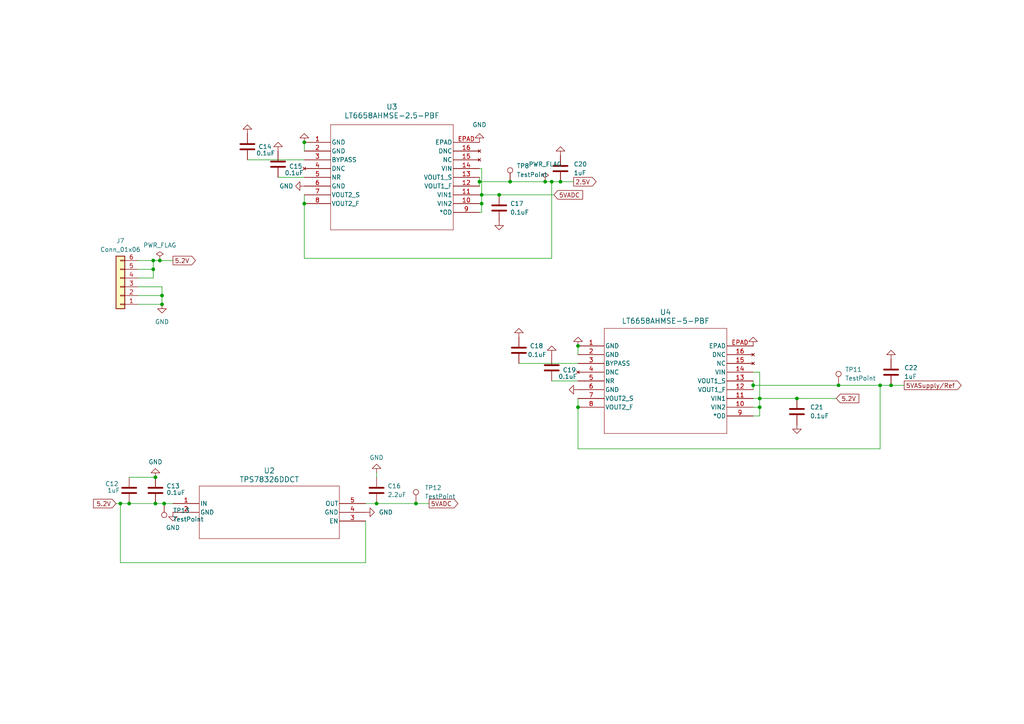
<source format=kicad_sch>
(kicad_sch (version 20230121) (generator eeschema)
  (paper "A4")
  (lib_symbols
    (symbol "21xt_symbols:TPS78326DDCT" (pin_names (offset 0.254))
      (property "Reference" "U" (at 27.94 10.16 0))
      (property "Value" "TPS78326DDCT" (at 27.94 7.62 0))
      (symbol "TPS78326DDCT_0_1"
        (polyline (pts (xy 7.62 -10.16) (xy 48.26 -10.16)) (stroke (width 0.127)))
        (polyline (pts (xy 7.62 5.08) (xy 7.62 -10.16)) (stroke (width 0.127)))
        (polyline (pts (xy 48.26 -10.16) (xy 48.26 5.08)) (stroke (width 0.127)))
        (polyline (pts (xy 48.26 5.08) (xy 7.62 5.08)) (stroke (width 0.127)))
        (pin input line (at 0 0 0) (length 7.62) (name "IN") (number "1"))
        (pin power_in line (at 0 -2.54 0) (length 7.62) (name "GND") (number "2"))
        (pin input line (at 55.88 -5.08 180) (length 7.62) (name "EN") (number "3"))
        (pin power_in line (at 55.88 -2.54 180) (length 7.62) (name "GND") (number "4"))
        (pin output line (at 55.88 0 180) (length 7.62) (name "OUT") (number "5"))
      )
    )
    (symbol "Connector:TestPoint" (pin_numbers hide) (pin_names (offset 0.762) hide)
      (property "Reference" "TP" (at 0 6.858 0))
      (property "Value" "TestPoint" (at 0 5.08 0))
      (symbol "TestPoint_0_1"
        (circle (center 0 3.302) (radius 0.762))
      )
      (symbol "TestPoint_1_1"
        (pin passive line (at 0 0 90) (length 2.54) (name "1") (number "1"))
      )
    )
    (symbol "Connector_Generic:Conn_01x06" (pin_names (offset 1.016) hide)
      (property "Reference" "J" (at 0 7.62 0))
      (property "Value" "Conn_01x06" (at 0 -10.16 0))
      (symbol "Conn_01x06_1_1"
        (rectangle (start -1.27 -7.493) (end 0 -7.747) (stroke (width 0.1524)))
        (rectangle (start -1.27 -4.953) (end 0 -5.207) (stroke (width 0.1524)))
        (rectangle (start -1.27 -2.413) (end 0 -2.667) (stroke (width 0.1524)))
        (rectangle (start -1.27 0.127) (end 0 -0.127) (stroke (width 0.1524)))
        (rectangle (start -1.27 2.667) (end 0 2.413) (stroke (width 0.1524)))
        (rectangle (start -1.27 5.207) (end 0 4.953) (stroke (width 0.1524)))
        (rectangle (start -1.27 6.35) (end 1.27 -8.89) (stroke (width 0.254)) (fill (type background)))
        (pin passive line (at -5.08 5.08 0) (length 3.81) (name "Pin_1") (number "1"))
        (pin passive line (at -5.08 2.54 0) (length 3.81) (name "Pin_2") (number "2"))
        (pin passive line (at -5.08 0 0) (length 3.81) (name "Pin_3") (number "3"))
        (pin passive line (at -5.08 -2.54 0) (length 3.81) (name "Pin_4") (number "4"))
        (pin passive line (at -5.08 -5.08 0) (length 3.81) (name "Pin_5") (number "5"))
        (pin passive line (at -5.08 -7.62 0) (length 3.81) (name "Pin_6") (number "6"))
      )
    )
    (symbol "Device:C" (pin_numbers hide) (pin_names (offset 0.254))
      (property "Reference" "C" (at 0.635 2.54 0))
      (property "Value" "C" (at 0.635 -2.54 0))
      (symbol "C_0_1"
        (polyline (pts (xy -2.032 -0.762) (xy 2.032 -0.762)) (stroke (width 0.508)))
        (polyline (pts (xy -2.032 0.762) (xy 2.032 0.762)) (stroke (width 0.508)))
      )
      (symbol "C_1_1"
        (pin passive line (at 0 3.81 270) (length 2.794) (name "~") (number "1"))
        (pin passive line (at 0 -3.81 90) (length 2.794) (name "~") (number "2"))
      )
    )
    (symbol "mainbox:LT6658AHMSE-2.5-PBF" (pin_names (offset 0.254))
      (property "Reference" "U" (at 25.4 10.16 0))
      (property "Value" "LT6658AHMSE-2.5-PBF" (at 25.4 7.62 0))
      (symbol "LT6658AHMSE-2.5-PBF_0_1"
        (polyline (pts (xy 7.62 -25.4) (xy 43.18 -25.4)) (stroke (width 0.127)))
        (polyline (pts (xy 7.62 5.08) (xy 7.62 -25.4)) (stroke (width 0.127)))
        (polyline (pts (xy 43.18 -25.4) (xy 43.18 5.08)) (stroke (width 0.127)))
        (polyline (pts (xy 43.18 5.08) (xy 7.62 5.08)) (stroke (width 0.127)))
        (pin power_in line (at 0 0 0) (length 7.62) (name "GND") (number "1"))
        (pin input line (at 50.8 -17.78 180) (length 7.62) (name "VIN2") (number "10"))
        (pin input line (at 50.8 -15.24 180) (length 7.62) (name "VIN1") (number "11"))
        (pin output line (at 50.8 -12.7 180) (length 7.62) (name "VOUT1_F") (number "12"))
        (pin output line (at 50.8 -10.16 180) (length 7.62) (name "VOUT1_S") (number "13"))
        (pin input line (at 50.8 -7.62 180) (length 7.62) (name "VIN") (number "14"))
        (pin no_connect line (at 50.8 -5.08 180) (length 7.62) (name "NC") (number "15"))
        (pin no_connect line (at 50.8 -2.54 180) (length 7.62) (name "DNC") (number "16"))
        (pin power_in line (at 0 -2.54 0) (length 7.62) (name "GND") (number "2"))
        (pin unspecified line (at 0 -5.08 0) (length 7.62) (name "BYPASS") (number "3"))
        (pin no_connect line (at 0 -7.62 0) (length 7.62) (name "DNC") (number "4"))
        (pin unspecified line (at 0 -10.16 0) (length 7.62) (name "NR") (number "5"))
        (pin power_in line (at 0 -12.7 0) (length 7.62) (name "GND") (number "6"))
        (pin output line (at 0 -15.24 0) (length 7.62) (name "VOUT2_S") (number "7"))
        (pin output line (at 0 -17.78 0) (length 7.62) (name "VOUT2_F") (number "8"))
        (pin output line (at 50.8 -20.32 180) (length 7.62) (name "*OD") (number "9"))
        (pin unspecified line (at 50.8 0 180) (length 7.62) (name "EPAD") (number "EPAD"))
      )
    )
    (symbol "mainbox:LT6658AHMSE-5-PBF" (pin_names (offset 0.254))
      (property "Reference" "U" (at 25.4 10.16 0))
      (property "Value" "LT6658AHMSE-5-PBF" (at 25.4 7.62 0))
      (symbol "LT6658AHMSE-5-PBF_0_1"
        (polyline (pts (xy 7.62 -25.4) (xy 43.18 -25.4)) (stroke (width 0.127)))
        (polyline (pts (xy 7.62 5.08) (xy 7.62 -25.4)) (stroke (width 0.127)))
        (polyline (pts (xy 43.18 -25.4) (xy 43.18 5.08)) (stroke (width 0.127)))
        (polyline (pts (xy 43.18 5.08) (xy 7.62 5.08)) (stroke (width 0.127)))
        (pin power_in line (at 0 0 0) (length 7.62) (name "GND") (number "1"))
        (pin input line (at 50.8 -17.78 180) (length 7.62) (name "VIN2") (number "10"))
        (pin input line (at 50.8 -15.24 180) (length 7.62) (name "VIN1") (number "11"))
        (pin output line (at 50.8 -12.7 180) (length 7.62) (name "VOUT1_F") (number "12"))
        (pin output line (at 50.8 -10.16 180) (length 7.62) (name "VOUT1_S") (number "13"))
        (pin input line (at 50.8 -7.62 180) (length 7.62) (name "VIN") (number "14"))
        (pin no_connect line (at 50.8 -5.08 180) (length 7.62) (name "NC") (number "15"))
        (pin no_connect line (at 50.8 -2.54 180) (length 7.62) (name "DNC") (number "16"))
        (pin power_in line (at 0 -2.54 0) (length 7.62) (name "GND") (number "2"))
        (pin unspecified line (at 0 -5.08 0) (length 7.62) (name "BYPASS") (number "3"))
        (pin no_connect line (at 0 -7.62 0) (length 7.62) (name "DNC") (number "4"))
        (pin unspecified line (at 0 -10.16 0) (length 7.62) (name "NR") (number "5"))
        (pin power_in line (at 0 -12.7 0) (length 7.62) (name "GND") (number "6"))
        (pin output line (at 0 -15.24 0) (length 7.62) (name "VOUT2_S") (number "7"))
        (pin output line (at 0 -17.78 0) (length 7.62) (name "VOUT2_F") (number "8"))
        (pin output line (at 50.8 -20.32 180) (length 7.62) (name "*OD") (number "9"))
        (pin unspecified line (at 50.8 0 180) (length 7.62) (name "EPAD") (number "EPAD"))
      )
    )
    (symbol "power:GND" (power) (pin_names (offset 0))
      (property "Value" "GND" (at 0 -3.81 0))
      (symbol "GND_0_1"
        (polyline (pts (xy 0 0) (xy 0 -1.27) (xy 1.27 -1.27) (xy 0 -2.54) (xy -1.27 -1.27) (xy 0 -1.27)))
      )
      (symbol "GND_1_1"
        (pin power_in line (at 0 0 270) (length 0) hide (name "GND") (number "1"))
      )
    )
    (symbol "power:PWR_FLAG" (power) (pin_numbers hide) (pin_names (offset 0) hide)
      (property "Value" "PWR_FLAG" (at 0 3.81 0))
      (symbol "PWR_FLAG_0_0"
        (pin power_out line (at 0 0 90) (length 0) (name "pwr") (number "1"))
      )
      (symbol "PWR_FLAG_0_1"
        (polyline (pts (xy 0 0) (xy 0 1.27) (xy -1.016 1.905) (xy 0 2.54) (xy 1.016 1.905) (xy 0 1.27)))
      )
    )
  )
  (junction (at 47.625 146.05))
  (junction (at 88.265 59.055))
  (junction (at 45.085 146.05))
  (junction (at 255.27 111.76))
  (junction (at 220.345 118.11))
  (junction (at 243.205 111.76))
  (junction (at 88.265 41.275))
  (junction (at 34.925 146.05))
  (junction (at 37.465 146.05))
  (junction (at 44.45 75.565))
  (junction (at 220.345 115.57))
  (junction (at 218.44 111.76))
  (junction (at 231.14 115.57))
  (junction (at 109.22 146.05))
  (junction (at 46.355 75.565))
  (junction (at 162.56 52.705))
  (junction (at 120.65 146.05))
  (junction (at 144.78 56.515))
  (junction (at 44.45 78.105))
  (junction (at 139.065 52.705))
  (junction (at 45.085 138.43))
  (junction (at 46.99 85.725))
  (junction (at 139.7 56.515))
  (junction (at 158.115 52.705))
  (junction (at 46.99 88.265))
  (junction (at 258.445 111.76))
  (junction (at 139.7 59.055))
  (junction (at 167.64 100.33))
  (junction (at 147.955 52.705))
  (junction (at 160.02 52.705))
  (junction (at 167.64 118.11))
  (wire (pts (xy 139.065 52.705) (xy 147.955 52.705)))
  (wire (pts (xy 44.45 75.565) (xy 44.45 78.105)))
  (wire (pts (xy 243.205 111.76) (xy 255.27 111.76)))
  (wire (pts (xy 220.345 115.57) (xy 220.345 118.11)))
  (wire (pts (xy 139.065 59.055) (xy 139.7 59.055)))
  (wire (pts (xy 46.99 85.725) (xy 46.99 88.265)))
  (wire (pts (xy 40.005 75.565) (xy 44.45 75.565)))
  (wire (pts (xy 139.7 56.515) (xy 139.7 59.055)))
  (wire (pts (xy 220.345 115.57) (xy 231.14 115.57)))
  (wire (pts (xy 147.955 52.705) (xy 158.115 52.705)))
  (wire (pts (xy 106.045 163.195) (xy 106.045 151.13)))
  (wire (pts (xy 71.755 46.355) (xy 88.265 46.355)))
  (wire (pts (xy 88.265 59.055) (xy 88.265 74.93)))
  (wire (pts (xy 255.27 111.76) (xy 258.445 111.76)))
  (wire (pts (xy 37.465 138.43) (xy 45.085 138.43)))
  (wire (pts (xy 40.005 78.105) (xy 44.45 78.105)))
  (wire (pts (xy 139.7 56.515) (xy 144.78 56.515)))
  (wire (pts (xy 88.265 41.275) (xy 88.265 43.815)))
  (wire (pts (xy 139.065 52.705) (xy 139.065 53.975)))
  (wire (pts (xy 40.005 88.265) (xy 46.99 88.265)))
  (wire (pts (xy 120.65 146.05) (xy 124.46 146.05)))
  (wire (pts (xy 242.57 115.57) (xy 231.14 115.57)))
  (wire (pts (xy 46.99 83.185) (xy 46.99 85.725)))
  (wire (pts (xy 40.005 83.185) (xy 46.99 83.185)))
  (wire (pts (xy 109.22 137.16) (xy 109.22 138.43)))
  (wire (pts (xy 37.465 146.05) (xy 45.085 146.05)))
  (wire (pts (xy 139.065 48.895) (xy 139.7 48.895)))
  (wire (pts (xy 220.345 107.95) (xy 220.345 115.57)))
  (wire (pts (xy 167.64 115.57) (xy 167.64 118.11)))
  (wire (pts (xy 34.925 146.05) (xy 37.465 146.05)))
  (wire (pts (xy 106.045 146.05) (xy 109.22 146.05)))
  (wire (pts (xy 40.005 80.645) (xy 44.45 80.645)))
  (wire (pts (xy 255.27 130.175) (xy 255.27 111.76)))
  (wire (pts (xy 167.64 118.11) (xy 167.64 130.175)))
  (wire (pts (xy 139.065 51.435) (xy 139.065 52.705)))
  (wire (pts (xy 40.005 85.725) (xy 46.99 85.725)))
  (wire (pts (xy 162.56 52.705) (xy 160.02 52.705)))
  (wire (pts (xy 167.64 130.175) (xy 255.27 130.175)))
  (wire (pts (xy 109.22 146.05) (xy 120.65 146.05)))
  (wire (pts (xy 218.44 120.65) (xy 220.345 120.65)))
  (wire (pts (xy 160.02 110.49) (xy 167.64 110.49)))
  (wire (pts (xy 220.345 115.57) (xy 218.44 115.57)))
  (wire (pts (xy 220.345 120.65) (xy 220.345 118.11)))
  (wire (pts (xy 44.45 75.565) (xy 46.355 75.565)))
  (wire (pts (xy 45.085 146.05) (xy 47.625 146.05)))
  (wire (pts (xy 139.7 56.515) (xy 139.065 56.515)))
  (wire (pts (xy 218.44 107.95) (xy 220.345 107.95)))
  (wire (pts (xy 33.655 146.05) (xy 34.925 146.05)))
  (wire (pts (xy 144.78 56.515) (xy 160.655 56.515)))
  (wire (pts (xy 139.7 61.595) (xy 139.7 59.055)))
  (wire (pts (xy 258.445 111.76) (xy 262.255 111.76)))
  (wire (pts (xy 47.625 146.05) (xy 50.165 146.05)))
  (wire (pts (xy 139.7 48.895) (xy 139.7 56.515)))
  (wire (pts (xy 218.44 118.11) (xy 220.345 118.11)))
  (wire (pts (xy 218.44 111.76) (xy 243.205 111.76)))
  (wire (pts (xy 162.56 52.705) (xy 166.37 52.705)))
  (wire (pts (xy 88.265 56.515) (xy 88.265 59.055)))
  (wire (pts (xy 34.925 163.195) (xy 106.045 163.195)))
  (wire (pts (xy 34.925 163.195) (xy 34.925 146.05)))
  (wire (pts (xy 46.355 75.565) (xy 50.165 75.565)))
  (wire (pts (xy 44.45 78.105) (xy 44.45 80.645)))
  (wire (pts (xy 167.64 105.41) (xy 150.495 105.41)))
  (wire (pts (xy 80.645 51.435) (xy 88.265 51.435)))
  (wire (pts (xy 139.065 61.595) (xy 139.7 61.595)))
  (wire (pts (xy 218.44 110.49) (xy 218.44 111.76)))
  (wire (pts (xy 218.44 111.76) (xy 218.44 113.03)))
  (wire (pts (xy 167.64 100.33) (xy 167.64 102.87)))
  (wire (pts (xy 88.265 74.93) (xy 160.02 74.93)))
  (wire (pts (xy 158.115 52.705) (xy 160.02 52.705)))
  (wire (pts (xy 160.02 74.93) (xy 160.02 52.705)))
  (global_label "5.2V" (shape input) (at 242.57 115.57 0) (property "Intersheetrefs" "${INTERSHEET_REFS}" (effects hide)))
  (global_label "5.2V" (shape input) (at 33.655 146.05 180) (property "Intersheetrefs" "${INTERSHEET_REFS}" (effects hide)))
  (global_label "5VADC" (shape input) (at 160.655 56.515 0) (property "Intersheetrefs" "${INTERSHEET_REFS}" (effects hide)))
  (global_label "5VADC" (shape output) (at 124.46 146.05 0) (property "Intersheetrefs" "${INTERSHEET_REFS}" (effects hide)))
  (global_label "5.2V" (shape output) (at 50.165 75.565 0) (property "Intersheetrefs" "${INTERSHEET_REFS}" (effects hide)))
  (global_label "2.5V" (shape output) (at 166.37 52.705 0) (property "Intersheetrefs" "${INTERSHEET_REFS}" (effects hide)))
  (global_label "5VASupply{slash}Ref" (shape output) (at 262.255 111.76 0) (property "Intersheetrefs" "${INTERSHEET_REFS}" (effects hide)))
  (symbol (lib_id "Device:C") (at 144.78 60.325 0) (unit 1)
    (property "Reference" "C17" (at 147.955 59.055 0) (effects (justify left)))
    (property "Value" "0.1uF" (at 147.955 61.595 0) (effects (justify left)))
    (property "Footprint" "Capacitor_SMD:C_0603_1608Metric" (effects hide))
    (instances (project "mainbox1.0" (path "" (reference "C17") (unit 1))) (project "Mainboard_priv" (path "" (reference "C28") (unit 1))))
  )
  (symbol (lib_id "power:GND") (at 162.56 45.085 180) (unit 1)
    (property "Reference" "#PWR038" (effects hide))
    (property "Value" "GND" (effects hide))
    (instances (project "mainbox1.0" (path "" (reference "#PWR038") (unit 1))) (project "Mainboard_priv" (path "" (reference "#PWR09") (unit 1))))
  )
  (symbol (lib_id "Connector:TestPoint") (at 243.205 111.76 0) (unit 1)
    (property "Reference" "TP11" (at 245.11 107.188 0) (effects (justify left)))
    (property "Value" "TestPoint" (at 245.11 109.728 0) (effects (justify left)))
    (property "Footprint" "TestPoint:TestPoint_Pad_1.5x1.5mm" (effects hide))
  )
  (symbol (lib_id "Connector_Generic:Conn_01x06") (at 34.925 83.185 180) (unit 1)
    (property "Reference" "J7" (at 34.925 69.85 0))
    (property "Value" "Conn_01x06" (at 34.925 72.39 0))
    (property "Footprint" "21xt_footprints:JST_S6B-PH-K-S_LF__SN_(1x6)" (effects hide))
  )
  (symbol (lib_id "Device:C") (at 150.495 101.6 0) (unit 1)
    (property "Reference" "C18" (at 153.67 100.33 0) (effects (justify left)))
    (property "Value" "0.1uF" (at 153.035 102.87 0) (effects (justify left)))
    (property "Footprint" "Capacitor_SMD:C_0603_1608Metric" (effects hide))
    (instances (project "mainbox1.0" (path "" (reference "C18") (unit 1))) (project "Mainboard_priv" (path "" (reference "C3") (unit 1))))
  )
  (symbol (lib_id "power:GND") (at 258.445 104.14 180) (unit 1)
    (property "Reference" "#PWR043" (effects hide))
    (property "Value" "GND" (effects hide))
    (instances (project "mainbox1.0" (path "" (reference "#PWR043") (unit 1))) (project "Mainboard_priv" (path "" (reference "#PWR012") (unit 1))))
  )
  (symbol (lib_id "power:GND") (at 71.755 38.735 180) (unit 1)
    (property "Reference" "#PWR028" (effects hide))
    (property "Value" "GND" (effects hide))
    (instances (project "mainbox1.0" (path "" (reference "#PWR028") (unit 1))) (project "Mainboard_priv" (path "" (reference "#PWR05") (unit 1))))
  )
  (symbol (lib_id "power:GND") (at 218.44 100.33 180) (unit 1)
    (property "Reference" "#PWR041" (effects hide))
    (property "Value" "GND" (effects hide))
    (instances (project "mainbox1.0" (path "" (reference "#PWR041") (unit 1))) (project "Mainboard_priv" (path "" (reference "#PWR014") (unit 1))))
  )
  (symbol (lib_id "Device:C") (at 160.02 106.68 0) (unit 1)
    (property "Reference" "C19" (at 163.195 107.315 0) (effects (justify left)))
    (property "Value" "0.1uF" (at 161.925 109.22 0) (effects (justify left)))
    (property "Footprint" "Capacitor_SMD:C_0603_1608Metric" (effects hide))
    (instances (project "mainbox1.0" (path "" (reference "C19") (unit 1))) (project "Mainboard_priv" (path "" (reference "C1") (unit 1))))
  )
  (symbol (lib_id "power:PWR_FLAG") (at 46.355 75.565 0) (unit 1)
    (property "Reference" "#FLG03" (effects hide))
    (property "Value" "PWR_FLAG" (at 46.355 71.12 0))
    (instances (project "mainbox1.0" (path "" (reference "#FLG03") (unit 1))) (project "mainbox" (path "" (reference "#FLG02") (unit 1)) (path "" (reference "#FLG03") (unit 1))) (project "Mainboard_priv" (path "" (reference "#FLG01") (unit 1))))
  )
  (symbol (lib_id "power:GND") (at 167.64 100.33 180) (unit 1)
    (property "Reference" "#PWR039" (effects hide))
    (property "Value" "GND" (effects hide))
    (instances (project "mainbox1.0" (path "" (reference "#PWR039") (unit 1))) (project "Mainboard_priv" (path "" (reference "#PWR08") (unit 1))))
  )
  (symbol (lib_id "power:PWR_FLAG") (at 158.115 52.705 0) (unit 1)
    (property "Reference" "#FLG02" (effects hide))
    (property "Value" "PWR_FLAG" (at 158.115 47.625 0))
    (instances (project "mainbox1.0" (path "" (reference "#FLG02") (unit 1))) (project "mainbox" (path "" (reference "#FLG02") (unit 1)) (path "" (reference "#FLG03") (unit 1))) (project "Mainboard_priv" (path "" (reference "#FLG02") (unit 1))))
  )
  (symbol (lib_id "power:GND") (at 167.64 113.03 270) (unit 1)
    (property "Reference" "#PWR040" (effects hide))
    (property "Value" "GND" (effects hide))
    (instances (project "mainbox1.0" (path "" (reference "#PWR040") (unit 1))) (project "Mainboard_priv" (path "" (reference "#PWR011") (unit 1))))
  )
  (symbol (lib_id "power:GND") (at 160.02 102.87 180) (unit 1)
    (property "Reference" "#PWR037" (effects hide))
    (property "Value" "GND" (effects hide))
    (instances (project "mainbox1.0" (path "" (reference "#PWR037") (unit 1))) (project "Mainboard_priv" (path "" (reference "#PWR010") (unit 1))))
  )
  (symbol (lib_id "Device:C") (at 80.645 47.625 0) (unit 1)
    (property "Reference" "C15" (at 83.82 48.26 0) (effects (justify left)))
    (property "Value" "0.1uF" (at 82.55 50.165 0) (effects (justify left)))
    (property "Footprint" "Capacitor_SMD:C_0603_1608Metric" (effects hide))
    (instances (project "mainbox1.0" (path "" (reference "C15") (unit 1))) (project "Mainboard_priv" (path "" (reference "C25") (unit 1))))
  )
  (symbol (lib_id "Connector:TestPoint") (at 147.955 52.705 0) (unit 1)
    (property "Reference" "TP8" (at 149.86 48.133 0) (effects (justify left)))
    (property "Value" "TestPoint" (at 149.86 50.673 0) (effects (justify left)))
    (property "Footprint" "TestPoint:TestPoint_Pad_1.5x1.5mm" (effects hide))
  )
  (symbol (lib_id "Connector:TestPoint") (at 47.625 146.05 180) (unit 1)
    (property "Reference" "TP13" (at 50.165 148.082 0) (effects (justify right)))
    (property "Value" "TestPoint" (at 50.165 150.622 0) (effects (justify right)))
    (property "Footprint" "TestPoint:TestPoint_Pad_1.5x1.5mm" (effects hide))
  )
  (symbol (lib_id "power:GND") (at 88.265 41.275 180) (unit 1)
    (property "Reference" "#PWR030" (effects hide))
    (property "Value" "GND" (effects hide))
    (instances (project "mainbox1.0" (path "" (reference "#PWR030") (unit 1))) (project "Mainboard_priv" (path "" (reference "#PWR02") (unit 1))))
  )
  (symbol (lib_id "power:GND") (at 80.645 43.815 180) (unit 1)
    (property "Reference" "#PWR029" (effects hide))
    (property "Value" "GND" (effects hide))
    (instances (project "mainbox1.0" (path "" (reference "#PWR029") (unit 1))) (project "Mainboard_priv" (path "" (reference "#PWR04") (unit 1))))
  )
  (symbol (lib_id "Device:C") (at 162.56 48.895 0) (unit 1)
    (property "Reference" "C20" (at 166.37 47.625 0) (effects (justify left)))
    (property "Value" "1uF" (at 166.37 50.165 0) (effects (justify left)))
    (property "Footprint" "Capacitor_SMD:C_0603_1608Metric" (effects hide))
    (instances (project "mainbox1.0" (path "" (reference "C20") (unit 1))) (project "Mainboard_priv" (path "" (reference "C27") (unit 1))))
  )
  (symbol (lib_id "power:GND") (at 139.065 41.275 180) (unit 1)
    (property "Reference" "#PWR034" (effects hide))
    (property "Value" "GND" (at 139.065 36.195 0))
    (instances (project "mainbox1.0" (path "" (reference "#PWR034") (unit 1))) (project "Mainboard_priv" (path "" (reference "#PWR06") (unit 1))))
  )
  (symbol (lib_id "Device:C") (at 231.14 119.38 0) (unit 1)
    (property "Reference" "C21" (at 234.95 118.11 0) (effects (justify left)))
    (property "Value" "0.1uF" (at 234.95 120.65 0) (effects (justify left)))
    (property "Footprint" "Capacitor_SMD:C_0603_1608Metric" (effects hide))
    (instances (project "mainbox1.0" (path "" (reference "C21") (unit 1))) (project "Mainboard_priv" (path "" (reference "C5") (unit 1))))
  )
  (symbol (lib_id "power:GND") (at 88.265 53.975 270) (unit 1)
    (property "Reference" "#PWR031" (effects hide))
    (property "Value" "GND" (at 85.09 53.975 90) (effects (justify right)))
    (instances (project "mainbox1.0" (path "" (reference "#PWR031") (unit 1))) (project "Mainboard_priv" (path "" (reference "#PWR03") (unit 1))))
  )
  (symbol (lib_id "power:GND") (at 50.165 148.59 0) (unit 1)
    (property "Reference" "#PWR027" (effects hide))
    (property "Value" "GND" (at 50.165 153.035 0))
    (instances (project "mainbox1.0" (path "" (reference "#PWR027") (unit 1))) (project "Mainboard_priv" (path "" (reference "#PWR020") (unit 1)) (path "" (reference "#PWR049") (unit 1))))
  )
  (symbol (lib_id "mainbox:LT6658AHMSE-2.5-PBF") (at 88.265 41.275 0) (unit 1)
    (property "Reference" "U3" (at 113.665 30.988 0) (effects (font (size 1.524 1.524))))
    (property "Value" "LT6658AHMSE-2.5-PBF" (at 113.665 33.528 0) (effects (font (size 1.524 1.524))))
    (property "Footprint" "21xt_footprints:LT6658AHMSE-2.5-PBF" (effects hide))
    (property "Datasheet" "LT6658AHMSE-2.5-PBF" (effects hide))
    (instances (project "mainbox1.0" (path "" (reference "U3") (unit 1))) (project "mainbox" (path "" (reference "U3") (unit 1))) (project "Mainboard_priv" (path "" (reference "U4") (unit 1))))
  )
  (symbol (lib_id "mainbox:LT6658AHMSE-5-PBF") (at 167.64 100.33 0) (unit 1)
    (property "Reference" "U4" (at 193.04 90.551 0) (effects (font (size 1.524 1.524))))
    (property "Value" "LT6658AHMSE-5-PBF" (at 193.04 93.091 0) (effects (font (size 1.524 1.524))))
    (property "Footprint" "21xt_footprints:LT6658AHMSE-2.5-PBF" (effects hide))
    (property "Datasheet" "LT6658AHMSE-5-PBF" (effects hide))
    (instances (project "mainbox1.0" (path "" (reference "U4") (unit 1))) (project "mainbox" (path "" (reference "U2") (unit 1)) (path "" (reference "U8") (unit 1))) (project "Mainboard_priv" (path "" (reference "U1") (unit 1))))
  )
  (symbol (lib_id "power:GND") (at 144.78 64.135 0) (unit 1)
    (property "Reference" "#PWR035" (effects hide))
    (property "Value" "GND" (effects hide))
    (instances (project "mainbox1.0" (path "" (reference "#PWR035") (unit 1))) (project "Mainboard_priv" (path "" (reference "#PWR07") (unit 1))))
  )
  (symbol (lib_id "Device:C") (at 37.465 142.24 0) (unit 1)
    (property "Reference" "C12" (at 30.48 140.335 0) (effects (justify left)))
    (property "Value" "1uF" (at 31.115 142.24 0) (effects (justify left)))
    (property "Footprint" "Capacitor_SMD:C_0603_1608Metric" (effects hide))
    (instances (project "mainbox1.0" (path "" (reference "C12") (unit 1))) (project "Mainboard_priv" (path "" (reference "C13") (unit 1)) (path "" (reference "C12") (unit 1))))
  )
  (symbol (lib_id "Connector:TestPoint") (at 120.65 146.05 0) (unit 1)
    (property "Reference" "TP12" (at 123.19 141.478 0) (effects (justify left)))
    (property "Value" "TestPoint" (at 123.19 144.018 0) (effects (justify left)))
    (property "Footprint" "TestPoint:TestPoint_Pad_1.5x1.5mm" (effects hide))
  )
  (symbol (lib_id "power:GND") (at 106.045 148.59 90) (unit 1)
    (property "Reference" "#PWR032" (effects hide))
    (property "Value" "GND" (at 109.855 148.59 90) (effects (justify right)))
    (instances (project "mainbox1.0" (path "" (reference "#PWR032") (unit 1))) (project "Mainboard_priv" (path "" (reference "#PWR019") (unit 1)) (path "" (reference "#PWR050") (unit 1))))
  )
  (symbol (lib_id "Device:C") (at 258.445 107.95 0) (unit 1)
    (property "Reference" "C22" (at 262.255 106.68 0) (effects (justify left)))
    (property "Value" "1uF" (at 262.255 109.22 0) (effects (justify left)))
    (property "Footprint" "Capacitor_SMD:C_0603_1608Metric" (effects hide))
    (instances (project "mainbox1.0" (path "" (reference "C22") (unit 1))) (project "Mainboard_priv" (path "" (reference "C2") (unit 1))))
  )
  (symbol (lib_id "Device:C") (at 45.085 142.24 0) (unit 1)
    (property "Reference" "C13" (at 48.26 140.97 0) (effects (justify left)))
    (property "Value" "0.1uF" (at 48.26 142.875 0) (effects (justify left)))
    (property "Footprint" "Capacitor_SMD:C_0603_1608Metric" (effects hide))
    (instances (project "mainbox1.0" (path "" (reference "C13") (unit 1))) (project "Mainboard_priv" (path "" (reference "C11") (unit 1)) (path "" (reference "C13") (unit 1))))
  )
  (symbol (lib_id "power:GND") (at 231.14 123.19 0) (unit 1)
    (property "Reference" "#PWR042" (effects hide))
    (property "Value" "GND" (effects hide))
    (instances (project "mainbox1.0" (path "" (reference "#PWR042") (unit 1))) (project "Mainboard_priv" (path "" (reference "#PWR016") (unit 1))))
  )
  (symbol (lib_id "Device:C") (at 71.755 42.545 0) (unit 1)
    (property "Reference" "C14" (at 74.93 42.545 0) (effects (justify left)))
    (property "Value" "0.1uF" (at 74.295 44.45 0) (effects (justify left)))
    (property "Footprint" "Capacitor_SMD:C_0603_1608Metric" (effects hide))
    (instances (project "mainbox1.0" (path "" (reference "C14") (unit 1))) (project "Mainboard_priv" (path "" (reference "C24") (unit 1))))
  )
  (symbol (lib_id "power:GND") (at 109.22 137.16 180) (unit 1)
    (property "Reference" "#PWR033" (effects hide))
    (property "Value" "GND" (at 109.22 132.715 0))
    (instances (project "mainbox1.0" (path "" (reference "#PWR033") (unit 1))) (project "Mainboard_priv" (path "" (reference "#PWR022") (unit 1)) (path "" (reference "#PWR051") (unit 1))))
  )
  (symbol (lib_id "Device:C") (at 109.22 142.24 0) (unit 1)
    (property "Reference" "C16" (at 112.395 140.97 0) (effects (justify left)))
    (property "Value" "2.2uF" (at 112.395 143.51 0) (effects (justify left)))
    (property "Footprint" "Capacitor_SMD:C_0603_1608Metric" (effects hide))
    (instances (project "mainbox1.0" (path "" (reference "C16") (unit 1))) (project "Mainboard_priv" (path "" (reference "C12") (unit 1)) (path "" (reference "C26") (unit 1))))
  )
  (symbol (lib_id "power:GND") (at 150.495 97.79 180) (unit 1)
    (property "Reference" "#PWR036" (effects hide))
    (property "Value" "GND" (effects hide))
    (instances (project "mainbox1.0" (path "" (reference "#PWR036") (unit 1))) (project "Mainboard_priv" (path "" (reference "#PWR015") (unit 1))))
  )
  (symbol (lib_id "21xt_symbols:TPS78326DDCT") (at 50.165 146.05 0) (unit 1)
    (property "Reference" "U2" (at 78.105 136.525 0) (effects (font (size 1.524 1.524))))
    (property "Value" "TPS78326DDCT" (at 78.105 139.065 0) (effects (font (size 1.524 1.524))))
    (property "Footprint" "21xt_footprints:TPS78326DDCT" (effects hide))
    (property "Datasheet" "TPS78326DDCT" (effects hide))
    (instances (project "mainbox1.0" (path "" (reference "U2") (unit 1))) (project "Mainboard_priv" (path "" (reference "U1") (unit 1)) (path "" (reference "U3") (unit 1))))
  )
  (symbol (lib_id "power:GND") (at 46.99 88.265 0) (unit 1)
    (property "Reference" "#PWR01" (effects hide))
    (property "Value" "GND" (at 46.99 93.345 0))
    (instances (project "mainbox1.0" (path "" (reference "#PWR01") (unit 1)) (path "" (reference "#PWR056") (unit 1))) (project "Mainboard_priv" (path "" (reference "#PWR01") (unit 1)) (path "" (reference "#PWR047") (unit 1))))
  )
  (symbol (lib_id "power:GND") (at 45.085 138.43 180) (unit 1)
    (property "Reference" "#PWR026" (effects hide))
    (property "Value" "GND" (at 45.085 133.985 0))
    (instances (project "mainbox1.0" (path "" (reference "#PWR026") (unit 1))) (project "Mainboard_priv" (path "" (reference "#PWR021") (unit 1)) (path "" (reference "#PWR048") (unit 1))))
  )
)
</source>
